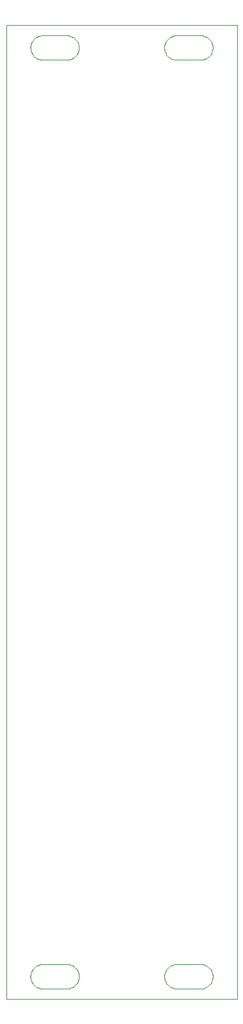
<source format=gbr>
%TF.GenerationSoftware,KiCad,Pcbnew,(6.0.9)*%
%TF.CreationDate,2022-12-27T03:42:51-08:00*%
%TF.ProjectId,panel_pcb,70616e65-6c5f-4706-9362-2e6b69636164,rev?*%
%TF.SameCoordinates,Original*%
%TF.FileFunction,Profile,NP*%
%FSLAX46Y46*%
G04 Gerber Fmt 4.6, Leading zero omitted, Abs format (unit mm)*
G04 Created by KiCad (PCBNEW (6.0.9)) date 2022-12-27 03:42:51*
%MOMM*%
%LPD*%
G01*
G04 APERTURE LIST*
%TA.AperFunction,Profile*%
%ADD10C,0.100000*%
%TD*%
G04 APERTURE END LIST*
D10*
X-6917740Y59682490D02*
X-6764450Y59721940D01*
X6345700Y59923380D02*
X6477600Y59843200D01*
X-12031860Y-61414000D02*
X-12007590Y-61572000D01*
X-6764450Y-59722000D02*
X-6917740Y-59682000D01*
X-15240000Y-64250000D02*
X-15240000Y64250000D01*
X-10603440Y59658220D02*
X-10439930Y59649950D01*
X-10762260Y59682490D02*
X-10603440Y59658220D01*
X5672600Y-60928000D02*
X5648400Y-61087000D01*
X7240100Y-59650000D02*
X7076500Y-59658000D01*
X10915600Y59721940D02*
X11062600Y59775780D01*
X12007600Y60927650D02*
X12031900Y61086420D01*
X-11914300Y61872510D02*
X-11968140Y61725520D01*
X-11334360Y62576650D02*
X-11571220Y62381180D01*
X11766700Y-62144000D02*
X11846900Y-62012000D01*
X-5640120Y61249890D02*
X-5640120Y61249890D01*
X-11062550Y59775780D02*
X-10915560Y59721940D01*
X-11846880Y60487580D02*
X-11766690Y60355660D01*
X5833300Y62012380D02*
X5765900Y61872510D01*
X11202400Y-59843000D02*
X11062600Y-59776000D01*
X11571200Y-60119000D02*
X11334400Y-59923000D01*
X-5765920Y60627420D02*
X-5712090Y60774380D01*
X12007600Y61572220D02*
X11968100Y61725520D01*
X11766700Y-60356000D02*
X11571200Y-60119000D01*
X-11846880Y-60488000D02*
X-11914300Y-60627000D01*
X6617500Y62724260D02*
X6477600Y62656840D01*
X-6917740Y-59682000D02*
X-7076550Y-59658000D01*
X-7076550Y59658220D02*
X-6917740Y59682490D01*
X15240000Y-64250000D02*
X-15240000Y-64250000D01*
X-6764450Y59721940D02*
X-6617480Y59775780D01*
X-5765920Y-60627000D02*
X-5833320Y-60488000D01*
X-5712090Y-60774000D02*
X-5765920Y-60627000D01*
X-5648390Y-61414000D02*
X-5640120Y-61250000D01*
X5913500Y62144320D02*
X5833300Y62012380D01*
X10603400Y-59658000D02*
X10439900Y-59650000D01*
X-5640120Y-61250000D02*
X-5640120Y-61250000D01*
X-5913480Y60355660D02*
X-5833320Y60487580D01*
X-7240060Y-62850000D02*
X-7076550Y-62842000D01*
X-11202420Y59843200D02*
X-11062550Y59775780D01*
X12007600Y-61572000D02*
X12031900Y-61414000D01*
X-12007590Y-60928000D02*
X-12031860Y-61087000D01*
X11766700Y60355660D02*
X11846900Y60487580D01*
X-12031860Y61413400D02*
X-12040130Y61249890D01*
X-10915560Y-62778000D02*
X-10762260Y-62817000D01*
X-11202420Y-59843000D02*
X-11334360Y-59923000D01*
X6477600Y62656840D02*
X6345700Y62576650D01*
X-12007590Y60927650D02*
X-11968140Y60774380D01*
X5672600Y-61572000D02*
X5712100Y-61726000D01*
X-5648390Y61086420D02*
X-5640120Y61249890D01*
X-5833320Y62012380D02*
X-5913480Y62144320D01*
X-5640120Y-61250000D02*
X-5648390Y-61087000D01*
X-6108900Y60118830D02*
X-5913480Y60355660D01*
X-6917740Y62817560D02*
X-7076550Y62841820D01*
X11914300Y-61873000D02*
X11968100Y-61726000D01*
X-10762260Y62817560D02*
X-10915560Y62778100D01*
X5765900Y60627420D02*
X5833300Y60487580D01*
X11062600Y62724260D02*
X10915600Y62778100D01*
X-5640120Y61249890D02*
X-5640120Y61249890D01*
X10762300Y59682490D02*
X10915600Y59721940D01*
X12040100Y-61250000D02*
X12040100Y-61250000D01*
X-11571220Y-60119000D02*
X-11766690Y-60356000D01*
X10915600Y62778100D02*
X10762300Y62817560D01*
X-11334360Y-62577000D02*
X-11202420Y-62657000D01*
X-12031860Y-61087000D02*
X-12040130Y-61250000D01*
X11846900Y-60488000D02*
X11766700Y-60356000D01*
X-5640120Y-61250000D02*
X-5640120Y-61250000D01*
X6477600Y-59843000D02*
X6345700Y-59923000D01*
X7240100Y59649950D02*
X10439900Y59649950D01*
X10603400Y59658220D02*
X10762300Y59682490D01*
X10915600Y-59722000D02*
X10762300Y-59682000D01*
X5913500Y-60356000D02*
X5833300Y-60488000D01*
X6345700Y-59923000D02*
X6108900Y-60119000D01*
X-12007590Y-61572000D02*
X-11968140Y-61726000D01*
X-5672650Y60927650D02*
X-5648390Y61086420D01*
X6764400Y59721940D02*
X6917700Y59682490D01*
X-10915560Y62778100D02*
X-11062550Y62724260D01*
X11846900Y-62012000D02*
X11914300Y-61873000D01*
X6617500Y-62724000D02*
X6764400Y-62778000D01*
X5712100Y-61726000D02*
X5765900Y-61873000D01*
X-11914300Y60627420D02*
X-11846880Y60487580D01*
X-11766690Y-60356000D02*
X-11846880Y-60488000D01*
X6764400Y-59722000D02*
X6617500Y-59776000D01*
X-7240060Y59649950D02*
X-7076550Y59658220D01*
X5648400Y61086420D02*
X5672600Y60927650D01*
X11914300Y60627420D02*
X11968100Y60774380D01*
X10915600Y-62778000D02*
X11062600Y-62724000D01*
X10603400Y62841820D02*
X10439900Y62850090D01*
X6917700Y-59682000D02*
X6764400Y-59722000D01*
X6764400Y-62778000D02*
X6917700Y-62817000D01*
X6477600Y59843200D02*
X6617500Y59775780D01*
X5648400Y-61087000D02*
X5640100Y-61250000D01*
X-11062550Y-62724000D02*
X-10915560Y-62778000D01*
X-10762260Y-62817000D02*
X-10603440Y-62842000D01*
X7240100Y-62850000D02*
X10439900Y-62850000D01*
X5648400Y-61414000D02*
X5672600Y-61572000D01*
X-11766690Y-62144000D02*
X-11571220Y-62381000D01*
X10439900Y-62850000D02*
X10603400Y-62842000D01*
X-12040130Y-61250000D02*
X-12031860Y-61414000D01*
X-5672650Y-61572000D02*
X-5648390Y-61414000D01*
X12007600Y-60928000D02*
X11968100Y-60774000D01*
X-5640120Y61249890D02*
X-5648390Y61413400D01*
X-11202420Y-62657000D02*
X-11062550Y-62724000D01*
X-5765920Y-61873000D02*
X-5712090Y-61726000D01*
X11202400Y59843200D02*
X11334400Y59923380D01*
X-5833320Y-62012000D02*
X-5765920Y-61873000D01*
X5672600Y60927650D02*
X5712100Y60774380D01*
X-11202420Y62656840D02*
X-11334360Y62576650D01*
X5833300Y60487580D02*
X5913500Y60355660D01*
X12040100Y61249890D02*
X12040100Y61249890D01*
X11334400Y62576650D02*
X11202400Y62656840D01*
X5765900Y61872510D02*
X5712100Y61725520D01*
X-10439930Y62850090D02*
X-10603440Y62841820D01*
X6917700Y62817560D02*
X6764400Y62778100D01*
X-11968140Y-61726000D02*
X-11914300Y-61873000D01*
X-6477630Y-59843000D02*
X-6617480Y-59776000D01*
X-7240060Y62850090D02*
X-10439930Y62850090D01*
X12031900Y-61414000D02*
X12040100Y-61250000D01*
X-6477630Y59843200D02*
X-6345710Y59923380D01*
X6345700Y-62577000D02*
X6477600Y-62657000D01*
X-11334360Y-59923000D02*
X-11571220Y-60119000D01*
X5913500Y-62144000D02*
X6108900Y-62381000D01*
X5765900Y-61873000D02*
X5833300Y-62012000D01*
X-5913480Y-62144000D02*
X-5833320Y-62012000D01*
X5672600Y61572220D02*
X5648400Y61413400D01*
X5648400Y61413400D02*
X5640100Y61249890D01*
X-11571220Y-62381000D02*
X-11334360Y-62577000D01*
X7240100Y62850090D02*
X7076500Y62841820D01*
X-6477630Y62656840D02*
X-6617480Y62724260D01*
X6617500Y-59776000D02*
X6477600Y-59843000D01*
X5712100Y-60774000D02*
X5672600Y-60928000D01*
X11968100Y60774380D02*
X12007600Y60927650D01*
X-11968140Y61725520D02*
X-12007590Y61572220D01*
X6764400Y62778100D02*
X6617500Y62724260D01*
X7076500Y-59658000D02*
X6917700Y-59682000D01*
X11846900Y60487580D02*
X11914300Y60627420D01*
X5765900Y-60627000D02*
X5712100Y-60774000D01*
X12040100Y-61250000D02*
X12031900Y-61087000D01*
X11202400Y62656840D02*
X11062600Y62724260D01*
X-10603440Y-59658000D02*
X-10762260Y-59682000D01*
X-6617480Y59775780D02*
X-6477630Y59843200D01*
X-5712090Y-61726000D02*
X-5672650Y-61572000D01*
X11202400Y-62657000D02*
X11334400Y-62577000D01*
X11914300Y61872510D02*
X11846900Y62012380D01*
X11062600Y-62724000D02*
X11202400Y-62657000D01*
X6345700Y62576650D02*
X6108900Y62381180D01*
X-5833320Y-60488000D02*
X-5913480Y-60356000D01*
X5640100Y-61250000D02*
X5648400Y-61414000D01*
X-11968140Y-60774000D02*
X-12007590Y-60928000D01*
X-7240060Y-59650000D02*
X-10439930Y-59650000D01*
X10762300Y-59682000D02*
X10603400Y-59658000D01*
X10439900Y59649950D02*
X10603400Y59658220D01*
X6617500Y59775780D02*
X6764400Y59721940D01*
X11334400Y-59923000D02*
X11202400Y-59843000D01*
X6108900Y62381180D02*
X5913500Y62144320D01*
X-7076550Y-62842000D02*
X-6917740Y-62817000D01*
X5833300Y-62012000D02*
X5913500Y-62144000D01*
X-5833320Y60487580D02*
X-5765920Y60627420D01*
X-10915560Y-59722000D02*
X-11062550Y-59776000D01*
X-5712090Y61725520D02*
X-5765920Y61872510D01*
X-11914300Y-60627000D02*
X-11968140Y-60774000D01*
X-11062550Y62724260D02*
X-11202420Y62656840D01*
X11334400Y59923380D02*
X11571200Y60118830D01*
X7076500Y62841820D02*
X6917700Y62817560D01*
X-5672650Y61572220D02*
X-5712090Y61725520D01*
X-10439930Y-59650000D02*
X-10603440Y-59658000D01*
X-6764450Y-62778000D02*
X-6617480Y-62724000D01*
X-6345710Y-62577000D02*
X-6108900Y-62381000D01*
X-6108900Y62381180D02*
X-6345710Y62576650D01*
X-6345710Y62576650D02*
X-6477630Y62656840D01*
X11571200Y62381180D02*
X11334400Y62576650D01*
X15240000Y64250000D02*
X15240000Y-64250000D01*
X-7076550Y-59658000D02*
X-7240060Y-59650000D01*
X-5648390Y61413400D02*
X-5672650Y61572220D01*
X6108900Y-60119000D02*
X5913500Y-60356000D01*
X11766700Y62144320D02*
X11571200Y62381180D01*
X11968100Y-61726000D02*
X12007600Y-61572000D01*
X-5913480Y-60356000D02*
X-6108900Y-60119000D01*
X-11968140Y60774380D02*
X-11914300Y60627420D01*
X-11766690Y60355660D02*
X-11571220Y60118830D01*
X11914300Y-60627000D02*
X11846900Y-60488000D01*
X12031900Y-61087000D02*
X12007600Y-60928000D01*
X-11846880Y-62012000D02*
X-11766690Y-62144000D01*
X12031900Y61086420D02*
X12040100Y61249890D01*
X6108900Y-62381000D02*
X6345700Y-62577000D01*
X-11766690Y62144320D02*
X-11846880Y62012380D01*
X-12040130Y61249890D02*
X-12031860Y61086420D01*
X-5648390Y-61087000D02*
X-5672650Y-60928000D01*
X-6617480Y-59776000D02*
X-6764450Y-59722000D01*
X11571200Y60118830D02*
X11766700Y60355660D01*
X-12031860Y61086420D02*
X-12007590Y60927650D01*
X-11571220Y62381180D02*
X-11766690Y62144320D01*
X-12007590Y61572220D02*
X-12031860Y61413400D01*
X-15240000Y64250000D02*
X15240000Y64250000D01*
X11062600Y59775780D02*
X11202400Y59843200D01*
X-10915560Y59721940D02*
X-10762260Y59682490D01*
X-5765920Y61872510D02*
X-5833320Y62012380D01*
X11968100Y61725520D02*
X11914300Y61872510D01*
X5913500Y60355660D02*
X6108900Y60118830D01*
X-10603440Y-62842000D02*
X-10439930Y-62850000D01*
X10762300Y62817560D02*
X10603400Y62841820D01*
X-6108900Y-60119000D02*
X-6345710Y-59923000D01*
X-11062550Y-59776000D02*
X-11202420Y-59843000D01*
X-6345710Y59923380D02*
X-6108900Y60118830D01*
X11334400Y-62577000D02*
X11571200Y-62381000D01*
X-5712090Y60774380D02*
X-5672650Y60927650D01*
X12040100Y-61250000D02*
X12040100Y-61250000D01*
X-10439930Y-62850000D02*
X-7240060Y-62850000D01*
X-5672650Y-60928000D02*
X-5712090Y-60774000D01*
X12040100Y61249890D02*
X12040100Y61249890D01*
X-5913480Y62144320D02*
X-6108900Y62381180D01*
X-11334360Y59923380D02*
X-11202420Y59843200D01*
X5640100Y61249890D02*
X5648400Y61086420D01*
X-11846880Y62012380D02*
X-11914300Y61872510D01*
X-6108900Y-62381000D02*
X-5913480Y-62144000D01*
X10439900Y-59650000D02*
X7240100Y-59650000D01*
X11571200Y-62381000D02*
X11766700Y-62144000D01*
X-6764450Y62778100D02*
X-6917740Y62817560D01*
X11968100Y-60774000D02*
X11914300Y-60627000D01*
X5712100Y60774380D02*
X5765900Y60627420D01*
X6477600Y-62657000D02*
X6617500Y-62724000D01*
X7076500Y59658220D02*
X7240100Y59649950D01*
X5833300Y-60488000D02*
X5765900Y-60627000D01*
X10762300Y-62817000D02*
X10915600Y-62778000D01*
X11062600Y-59776000D02*
X10915600Y-59722000D01*
X7076500Y-62842000D02*
X7240100Y-62850000D01*
X5712100Y61725520D02*
X5672600Y61572220D01*
X6917700Y-62817000D02*
X7076500Y-62842000D01*
X12031900Y61413400D02*
X12007600Y61572220D01*
X-6917740Y-62817000D02*
X-6764450Y-62778000D01*
X-10603440Y62841820D02*
X-10762260Y62817560D01*
X10603400Y-62842000D02*
X10762300Y-62817000D01*
X-6617480Y62724260D02*
X-6764450Y62778100D01*
X11846900Y62012380D02*
X11766700Y62144320D01*
X-11571220Y60118830D02*
X-11334360Y59923380D01*
X-6617480Y-62724000D02*
X-6477630Y-62657000D01*
X12040100Y61249890D02*
X12031900Y61413400D01*
X6917700Y59682490D02*
X7076500Y59658220D01*
X-6345710Y-59923000D02*
X-6477630Y-59843000D01*
X-7076550Y62841820D02*
X-7240060Y62850090D01*
X-10439930Y59649950D02*
X-7240060Y59649950D01*
X10439900Y62850090D02*
X7240100Y62850090D01*
X-11914300Y-61873000D02*
X-11846880Y-62012000D01*
X-10762260Y-59682000D02*
X-10915560Y-59722000D01*
X-15240000Y64250000D02*
X-15240000Y64250000D01*
X-6477630Y-62657000D02*
X-6345710Y-62577000D01*
X6108900Y60118830D02*
X6345700Y59923380D01*
M02*

</source>
